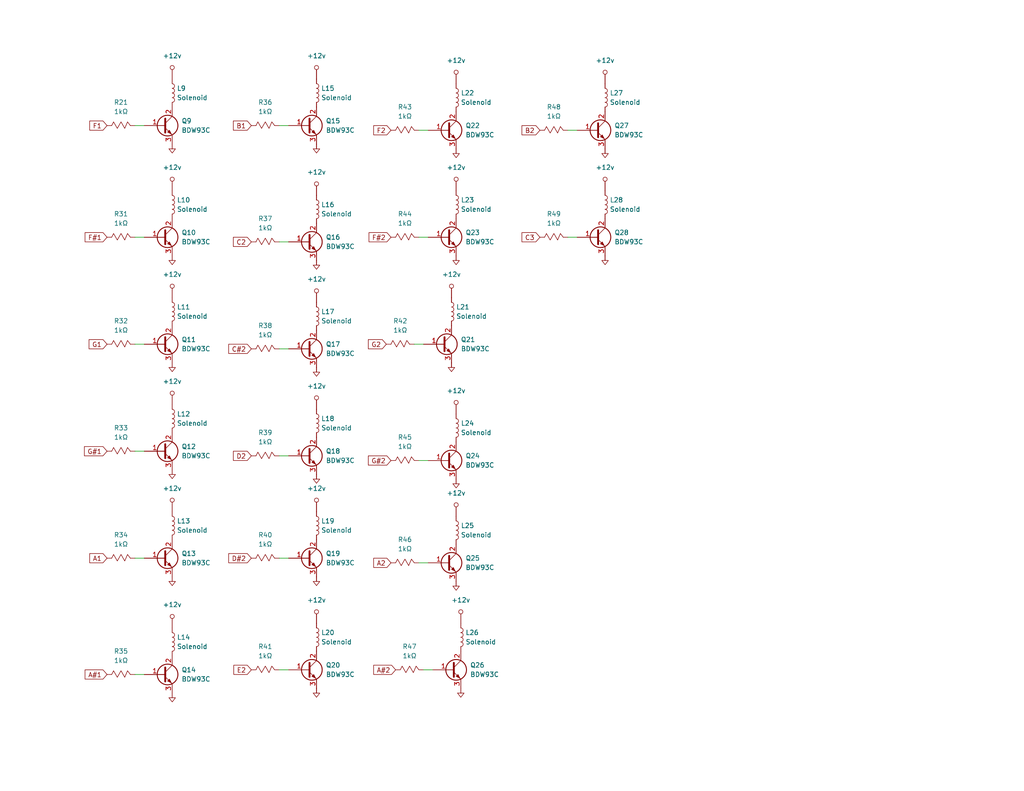
<source format=kicad_sch>
(kicad_sch (version 20231120) (generator "eeschema") (generator_version "8.0")
  (paper "A")
  (lib_symbols
    (symbol "Custom Power:+12v" (power) (pin_numbers hide) (pin_names hide) (in_bom no) (on_board no)
      (property "Value" "+12v" (at 0 3.81 0))
      (symbol "+12v_0_1"
        (circle (center 0 1.8796) (radius 0.5611))
      )
      (symbol "+12v_1_1"
        (pin power_in line (at 0 -1.27 90) (length 2.54) (name "+12v") (number "~"))
      )
    )
    (symbol "Custom Power:GND" (power) (pin_numbers hide) (pin_names hide) (in_bom no) (on_board no)
      (symbol "GND_0_1"
        (polyline (pts (xy -0.889 -1.27) (xy 0.889 -1.27) (xy 0 -2.413) (xy -0.889 -1.27)))
      )
      (symbol "GND_1_1"
        (pin power_in line (at 0 0 270) (length 1.27) (name "GND") (number "~"))
      )
    )
    (symbol "Custom Symbols:Resistor_Mod" (pin_numbers hide) (pin_names (offset 0) hide)
      (property "Reference" "R" (at 0 4.318 0))
      (property "Value" "ValueΩ" (at 0 2.54 0))
      (symbol "Resistor_Mod_0_1"
        (polyline (pts (xy -2.54 0) (xy -2.032 1.016) (xy -1.016 -0.762) (xy 0 1.016) (xy 1.016 -0.762) (xy 1.778 1.016) (xy 2.54 0)))
      )
      (symbol "Resistor_Mod_1_1"
        (pin passive line (at -3.81 0 0) (length 1.27) (name "1") (number "1"))
        (pin passive line (at 3.81 0 180) (length 1.27) (name "2") (number "2"))
      )
    )
    (symbol "Device:L" (pin_numbers hide) (pin_names (offset 1.016) hide)
      (property "Reference" "L" (at -1.27 0 90))
      (property "Value" "L" (at 1.905 0 90))
      (symbol "L_0_1"
        (arc (start 0 -2.54) (mid 0.6323 -1.905) (end 0 -1.27))
        (arc (start 0 -1.27) (mid 0.6323 -0.635) (end 0 0))
        (arc (start 0 0) (mid 0.6323 0.635) (end 0 1.27))
        (arc (start 0 1.27) (mid 0.6323 1.905) (end 0 2.54))
      )
      (symbol "L_1_1"
        (pin passive line (at 0 3.81 270) (length 1.27) (name "1") (number "1"))
        (pin passive line (at 0 -3.81 90) (length 1.27) (name "2") (number "2"))
      )
    )
    (symbol "Device:Q_NPN_BCE" (pin_names (offset 0) hide)
      (property "Reference" "Q" (at 5.08 1.27 0))
      (property "Value" "Q_NPN_BCE" (at 5.08 -1.27 0))
      (symbol "Q_NPN_BCE_0_1"
        (polyline (pts (xy 0.635 0.635) (xy 2.54 2.54)))
        (polyline (pts (xy 0.635 -0.635) (xy 2.54 -2.54) (xy 2.54 -2.54)))
        (polyline (pts (xy 0.635 1.905) (xy 0.635 -1.905) (xy 0.635 -1.905)) (stroke (width 0.508)))
        (polyline (pts (xy 1.27 -1.778) (xy 1.778 -1.27) (xy 2.286 -2.286) (xy 1.27 -1.778) (xy 1.27 -1.778)) (fill (type outline)))
        (circle (center 1.27 0) (radius 2.8194) (stroke (width 0.254)))
      )
      (symbol "Q_NPN_BCE_1_1"
        (pin input line (at -5.08 0 0) (length 5.715) (name "B") (number "1"))
        (pin passive line (at 2.54 5.08 270) (length 2.54) (name "C") (number "2"))
        (pin passive line (at 2.54 -5.08 90) (length 2.54) (name "E") (number "3"))
      )
    )
  )
  (wire (pts (xy 36.83 184.15) (xy 39.37 184.15)))
  (wire (pts (xy 114.3 153.67) (xy 116.84 153.67)))
  (wire (pts (xy 114.3 64.77) (xy 116.84 64.77)))
  (wire (pts (xy 76.2 152.4) (xy 78.74 152.4)))
  (wire (pts (xy 36.83 123.19) (xy 39.37 123.19)))
  (wire (pts (xy 76.2 34.29) (xy 78.74 34.29)))
  (wire (pts (xy 115.57 182.88) (xy 118.11 182.88)))
  (wire (pts (xy 36.83 64.77) (xy 39.37 64.77)))
  (wire (pts (xy 76.2 95.25) (xy 78.74 95.25)))
  (wire (pts (xy 36.83 93.98) (xy 39.37 93.98)))
  (wire (pts (xy 36.83 152.4) (xy 39.37 152.4)))
  (wire (pts (xy 154.94 64.77) (xy 157.48 64.77)))
  (wire (pts (xy 154.94 35.56) (xy 157.48 35.56)))
  (wire (pts (xy 76.2 124.46) (xy 78.74 124.46)))
  (wire (pts (xy 76.2 66.04) (xy 78.74 66.04)))
  (wire (pts (xy 114.3 125.73) (xy 116.84 125.73)))
  (wire (pts (xy 113.03 93.98) (xy 115.57 93.98)))
  (wire (pts (xy 114.3 35.56) (xy 116.84 35.56)))
  (wire (pts (xy 76.2 182.88) (xy 78.74 182.88)))
  (wire (pts (xy 36.83 34.29) (xy 39.37 34.29)))
  (global_label "C3" (shape input) (at 147.32 64.77 180) (property "Intersheetrefs" "${INTERSHEET_REFS}" (effects (hide yes))))
  (global_label "G#2" (shape input) (at 106.68 125.73 180) (property "Intersheetrefs" "${INTERSHEET_REFS}" (effects (hide yes))))
  (global_label "B1" (shape input) (at 68.58 34.29 180) (property "Intersheetrefs" "${INTERSHEET_REFS}" (effects (hide yes))))
  (global_label "C#2" (shape input) (at 68.58 95.25 180) (property "Intersheetrefs" "${INTERSHEET_REFS}" (effects (hide yes))))
  (global_label "F2" (shape input) (at 106.68 35.56 180) (property "Intersheetrefs" "${INTERSHEET_REFS}" (effects (hide yes))))
  (global_label "B2" (shape input) (at 147.32 35.56 180) (property "Intersheetrefs" "${INTERSHEET_REFS}" (effects (hide yes))))
  (global_label "G2" (shape input) (at 105.41 93.98 180) (property "Intersheetrefs" "${INTERSHEET_REFS}" (effects (hide yes))))
  (global_label "F#1" (shape input) (at 29.21 64.77 180) (property "Intersheetrefs" "${INTERSHEET_REFS}" (effects (hide yes))))
  (global_label "D#2" (shape input) (at 68.58 152.4 180) (property "Intersheetrefs" "${INTERSHEET_REFS}" (effects (hide yes))))
  (global_label "A1" (shape input) (at 29.21 152.4 180) (property "Intersheetrefs" "${INTERSHEET_REFS}" (effects (hide yes))))
  (global_label "E2" (shape input) (at 68.58 182.88 180) (property "Intersheetrefs" "${INTERSHEET_REFS}" (effects (hide yes))))
  (global_label "F#2" (shape input) (at 106.68 64.77 180) (property "Intersheetrefs" "${INTERSHEET_REFS}" (effects (hide yes))))
  (global_label "A#2" (shape input) (at 107.95 182.88 180) (property "Intersheetrefs" "${INTERSHEET_REFS}" (effects (hide yes))))
  (global_label "F1" (shape input) (at 29.21 34.29 180) (property "Intersheetrefs" "${INTERSHEET_REFS}" (effects (hide yes))))
  (global_label "C2" (shape input) (at 68.58 66.04 180) (property "Intersheetrefs" "${INTERSHEET_REFS}" (effects (hide yes))))
  (global_label "A2" (shape input) (at 106.68 153.67 180) (property "Intersheetrefs" "${INTERSHEET_REFS}" (effects (hide yes))))
  (global_label "G#1" (shape input) (at 29.21 123.19 180) (property "Intersheetrefs" "${INTERSHEET_REFS}" (effects (hide yes))))
  (global_label "A#1" (shape input) (at 29.21 184.15 180) (property "Intersheetrefs" "${INTERSHEET_REFS}" (effects (hide yes))))
  (global_label "G1" (shape input) (at 29.21 93.98 180) (property "Intersheetrefs" "${INTERSHEET_REFS}" (effects (hide yes))))
  (global_label "D2" (shape input) (at 68.58 124.46 180) (property "Intersheetrefs" "${INTERSHEET_REFS}" (effects (hide yes))))
  (symbol (lib_id "Device:Q_NPN_BCE") (at 44.45 64.77 0) (unit 1)
    (property "Reference" "Q10" (at 49.53 63.4999 0) (effects (justify left)))
    (property "Value" "BDW93C" (at 49.53 66.0399 0) (effects (justify left)))
    (property "Description" "NPN transistor, base/collector/emitter" (effects (hide yes)))
  )
  (symbol (lib_id "Device:L") (at 86.36 86.36 0) (unit 1)
    (property "Reference" "L17" (at 87.63 85.0899 0) (effects (justify left)))
    (property "Value" "Solenoid" (at 87.63 87.6299 0) (effects (justify left)))
    (property "Description" "Inductor" (effects (hide yes)))
  )
  (symbol (lib_id "Device:Q_NPN_BCE") (at 44.45 93.98 0) (unit 1)
    (property "Reference" "Q11" (at 49.53 92.7099 0) (effects (justify left)))
    (property "Value" "BDW93C" (at 49.53 95.2499 0) (effects (justify left)))
    (property "Description" "NPN transistor, base/collector/emitter" (effects (hide yes)))
  )
  (symbol (lib_id "Custom Power:+12v") (at 165.1 21.59 0) (unit 1) (in_bom no) (on_board no)
    (property "Reference" "#PWR096" (effects (hide yes)))
    (property "Value" "+12v" (at 165.1 16.51 0))
  )
  (symbol (lib_id "Custom Power:+12v") (at 124.46 21.59 0) (unit 1) (in_bom no) (on_board no)
    (property "Reference" "#PWR084" (effects (hide yes)))
    (property "Value" "+12v" (at 124.46 16.51 0))
  )
  (symbol (lib_id "Custom Symbols:Resistor_Mod") (at 33.02 152.4 0) (unit 1)
    (property "Reference" "R34" (at 33.02 146.05 0))
    (property "Value" "1kΩ" (at 33.02 148.59 0))
  )
  (symbol (lib_id "Custom Power:GND") (at 46.99 189.23 0) (unit 1) (in_bom no) (on_board no)
    (property "Reference" "#PWR071" (effects (hide yes)))
    (property "Value" "GND" (effects (hide yes)))
  )
  (symbol (lib_id "Device:Q_NPN_BCE") (at 83.82 66.04 0) (unit 1)
    (property "Reference" "Q16" (at 88.9 64.7699 0) (effects (justify left)))
    (property "Value" "BDW93C" (at 88.9 67.3099 0) (effects (justify left)))
    (property "Description" "NPN transistor, base/collector/emitter" (effects (hide yes)))
  )
  (symbol (lib_id "Device:Q_NPN_BCE") (at 44.45 152.4 0) (unit 1)
    (property "Reference" "Q13" (at 49.53 151.1299 0) (effects (justify left)))
    (property "Value" "BDW93C" (at 49.53 153.6699 0) (effects (justify left)))
    (property "Description" "NPN transistor, base/collector/emitter" (effects (hide yes)))
  )
  (symbol (lib_id "Device:Q_NPN_BCE") (at 123.19 182.88 0) (unit 1)
    (property "Reference" "Q26" (at 128.27 181.6099 0) (effects (justify left)))
    (property "Value" "BDW93C" (at 128.27 184.1499 0) (effects (justify left)))
    (property "Description" "NPN transistor, base/collector/emitter" (effects (hide yes)))
  )
  (symbol (lib_id "Custom Power:+12v") (at 124.46 139.7 0) (unit 1) (in_bom no) (on_board no)
    (property "Reference" "#PWR092" (effects (hide yes)))
    (property "Value" "+12v" (at 124.46 134.62 0))
  )
  (symbol (lib_id "Custom Power:GND") (at 125.73 187.96 0) (unit 1) (in_bom no) (on_board no)
    (property "Reference" "#PWR095" (effects (hide yes)))
    (property "Value" "GND" (effects (hide yes)))
  )
  (symbol (lib_id "Custom Symbols:Resistor_Mod") (at 33.02 64.77 0) (unit 1)
    (property "Reference" "R31" (at 33.02 58.42 0))
    (property "Value" "1kΩ" (at 33.02 60.96 0))
  )
  (symbol (lib_id "Custom Symbols:Resistor_Mod") (at 109.22 93.98 0) (unit 1)
    (property "Reference" "R42" (at 109.22 87.63 0))
    (property "Value" "1kΩ" (at 109.22 90.17 0))
  )
  (symbol (lib_id "Custom Power:GND") (at 46.99 99.06 0) (unit 1) (in_bom no) (on_board no)
    (property "Reference" "#PWR053" (effects (hide yes)))
    (property "Value" "GND" (effects (hide yes)))
  )
  (symbol (lib_id "Device:L") (at 124.46 144.78 0) (unit 1)
    (property "Reference" "L25" (at 125.73 143.5099 0) (effects (justify left)))
    (property "Value" "Solenoid" (at 125.73 146.0499 0) (effects (justify left)))
    (property "Description" "Inductor" (effects (hide yes)))
  )
  (symbol (lib_id "Custom Symbols:Resistor_Mod") (at 72.39 66.04 0) (unit 1)
    (property "Reference" "R37" (at 72.39 59.69 0))
    (property "Value" "1kΩ" (at 72.39 62.23 0))
  )
  (symbol (lib_id "Device:Q_NPN_BCE") (at 83.82 124.46 0) (unit 1)
    (property "Reference" "Q18" (at 88.9 123.1899 0) (effects (justify left)))
    (property "Value" "BDW93C" (at 88.9 125.7299 0) (effects (justify left)))
    (property "Description" "NPN transistor, base/collector/emitter" (effects (hide yes)))
  )
  (symbol (lib_id "Custom Power:+12v") (at 124.46 111.76 0) (unit 1) (in_bom no) (on_board no)
    (property "Reference" "#PWR090" (effects (hide yes)))
    (property "Value" "+12v" (at 124.46 106.68 0))
  )
  (symbol (lib_id "Custom Power:+12v") (at 86.36 52.07 0) (unit 1) (in_bom no) (on_board no)
    (property "Reference" "#PWR074" (effects (hide yes)))
    (property "Value" "+12v" (at 86.36 46.99 0))
  )
  (symbol (lib_id "Device:Q_NPN_BCE") (at 121.92 35.56 0) (unit 1)
    (property "Reference" "Q22" (at 127 34.2899 0) (effects (justify left)))
    (property "Value" "BDW93C" (at 127 36.8299 0) (effects (justify left)))
    (property "Description" "NPN transistor, base/collector/emitter" (effects (hide yes)))
  )
  (symbol (lib_id "Custom Power:+12v") (at 125.73 168.91 0) (unit 1) (in_bom no) (on_board no)
    (property "Reference" "#PWR094" (effects (hide yes)))
    (property "Value" "+12v" (at 125.73 163.83 0))
  )
  (symbol (lib_id "Custom Power:GND") (at 86.36 187.96 0) (unit 1) (in_bom no) (on_board no)
    (property "Reference" "#PWR083" (effects (hide yes)))
    (property "Value" "GND" (effects (hide yes)))
  )
  (symbol (lib_id "Device:Q_NPN_BCE") (at 121.92 64.77 0) (unit 1)
    (property "Reference" "Q23" (at 127 63.4999 0) (effects (justify left)))
    (property "Value" "BDW93C" (at 127 66.0399 0) (effects (justify left)))
    (property "Description" "NPN transistor, base/collector/emitter" (effects (hide yes)))
  )
  (symbol (lib_id "Device:Q_NPN_BCE") (at 83.82 95.25 0) (unit 1)
    (property "Reference" "Q17" (at 88.9 93.9799 0) (effects (justify left)))
    (property "Value" "BDW93C" (at 88.9 96.5199 0) (effects (justify left)))
    (property "Description" "NPN transistor, base/collector/emitter" (effects (hide yes)))
  )
  (symbol (lib_id "Custom Power:+12v") (at 46.99 20.32 0) (unit 1) (in_bom no) (on_board no)
    (property "Reference" "#PWR047" (effects (hide yes)))
    (property "Value" "+12v" (at 46.99 15.24 0))
  )
  (symbol (lib_id "Device:L") (at 86.36 173.99 0) (unit 1)
    (property "Reference" "L20" (at 87.63 172.7199 0) (effects (justify left)))
    (property "Value" "Solenoid" (at 87.63 175.2599 0) (effects (justify left)))
    (property "Description" "Inductor" (effects (hide yes)))
  )
  (symbol (lib_id "Device:Q_NPN_BCE") (at 44.45 34.29 0) (unit 1)
    (property "Reference" "Q9" (at 49.53 33.0199 0) (effects (justify left)))
    (property "Value" "BDW93C" (at 49.53 35.5599 0) (effects (justify left)))
    (property "Description" "NPN transistor, base/collector/emitter" (effects (hide yes)))
  )
  (symbol (lib_id "Device:L") (at 86.36 57.15 0) (unit 1)
    (property "Reference" "L16" (at 87.63 55.8799 0) (effects (justify left)))
    (property "Value" "Solenoid" (at 87.63 58.4199 0) (effects (justify left)))
    (property "Description" "Inductor" (effects (hide yes)))
  )
  (symbol (lib_id "Custom Power:GND") (at 124.46 40.64 0) (unit 1) (in_bom no) (on_board no)
    (property "Reference" "#PWR085" (effects (hide yes)))
    (property "Value" "GND" (effects (hide yes)))
  )
  (symbol (lib_id "Custom Symbols:Resistor_Mod") (at 110.49 153.67 0) (unit 1)
    (property "Reference" "R46" (at 110.49 147.32 0))
    (property "Value" "1kΩ" (at 110.49 149.86 0))
  )
  (symbol (lib_id "Device:L") (at 46.99 143.51 0) (unit 1)
    (property "Reference" "L13" (at 48.26 142.2399 0) (effects (justify left)))
    (property "Value" "Solenoid" (at 48.26 144.7799 0) (effects (justify left)))
    (property "Description" "Inductor" (effects (hide yes)))
  )
  (symbol (lib_id "Custom Power:GND") (at 86.36 71.12 0) (unit 1) (in_bom no) (on_board no)
    (property "Reference" "#PWR075" (effects (hide yes)))
    (property "Value" "GND" (effects (hide yes)))
  )
  (symbol (lib_id "Device:Q_NPN_BCE") (at 121.92 153.67 0) (unit 1)
    (property "Reference" "Q25" (at 127 152.3999 0) (effects (justify left)))
    (property "Value" "BDW93C" (at 127 154.9399 0) (effects (justify left)))
    (property "Description" "NPN transistor, base/collector/emitter" (effects (hide yes)))
  )
  (symbol (lib_id "Custom Power:+12v") (at 123.19 80.01 0) (unit 1) (in_bom no) (on_board no)
    (property "Reference" "#PWR088" (effects (hide yes)))
    (property "Value" "+12v" (at 123.19 74.93 0))
  )
  (symbol (lib_id "Custom Power:+12v") (at 86.36 81.28 0) (unit 1) (in_bom no) (on_board no)
    (property "Reference" "#PWR076" (effects (hide yes)))
    (property "Value" "+12v" (at 86.36 76.2 0))
  )
  (symbol (lib_id "Custom Power:+12v") (at 86.36 138.43 0) (unit 1) (in_bom no) (on_board no)
    (property "Reference" "#PWR080" (effects (hide yes)))
    (property "Value" "+12v" (at 86.36 133.35 0))
  )
  (symbol (lib_id "Custom Power:GND") (at 124.46 69.85 0) (unit 1) (in_bom no) (on_board no)
    (property "Reference" "#PWR087" (effects (hide yes)))
    (property "Value" "GND" (effects (hide yes)))
  )
  (symbol (lib_id "Custom Symbols:Resistor_Mod") (at 33.02 123.19 0) (unit 1)
    (property "Reference" "R33" (at 33.02 116.84 0))
    (property "Value" "1kΩ" (at 33.02 119.38 0))
  )
  (symbol (lib_id "Device:Q_NPN_BCE") (at 83.82 152.4 0) (unit 1)
    (property "Reference" "Q19" (at 88.9 151.1299 0) (effects (justify left)))
    (property "Value" "BDW93C" (at 88.9 153.6699 0) (effects (justify left)))
    (property "Description" "NPN transistor, base/collector/emitter" (effects (hide yes)))
  )
  (symbol (lib_id "Custom Power:GND") (at 123.19 99.06 0) (unit 1) (in_bom no) (on_board no)
    (property "Reference" "#PWR089" (effects (hide yes)))
    (property "Value" "GND" (effects (hide yes)))
  )
  (symbol (lib_id "Custom Power:+12v") (at 86.36 168.91 0) (unit 1) (in_bom no) (on_board no)
    (property "Reference" "#PWR082" (effects (hide yes)))
    (property "Value" "+12v" (at 86.36 163.83 0))
  )
  (symbol (lib_id "Custom Power:GND") (at 124.46 130.81 0) (unit 1) (in_bom no) (on_board no)
    (property "Reference" "#PWR091" (effects (hide yes)))
    (property "Value" "GND" (effects (hide yes)))
  )
  (symbol (lib_id "Custom Power:+12v") (at 46.99 138.43 0) (unit 1) (in_bom no) (on_board no)
    (property "Reference" "#PWR068" (effects (hide yes)))
    (property "Value" "+12v" (at 46.99 133.35 0))
  )
  (symbol (lib_id "Custom Symbols:Resistor_Mod") (at 111.76 182.88 0) (unit 1)
    (property "Reference" "R47" (at 111.76 176.53 0))
    (property "Value" "1kΩ" (at 111.76 179.07 0))
  )
  (symbol (lib_id "Custom Power:GND") (at 86.36 39.37 0) (unit 1) (in_bom no) (on_board no)
    (property "Reference" "#PWR073" (effects (hide yes)))
    (property "Value" "GND" (effects (hide yes)))
  )
  (symbol (lib_id "Custom Symbols:Resistor_Mod") (at 33.02 184.15 0) (unit 1)
    (property "Reference" "R35" (at 33.02 177.8 0))
    (property "Value" "1kΩ" (at 33.02 180.34 0))
  )
  (symbol (lib_id "Custom Symbols:Resistor_Mod") (at 72.39 152.4 0) (unit 1)
    (property "Reference" "R40" (at 72.39 146.05 0))
    (property "Value" "1kΩ" (at 72.39 148.59 0))
  )
  (symbol (lib_id "Device:L") (at 124.46 55.88 0) (unit 1)
    (property "Reference" "L23" (at 125.73 54.6099 0) (effects (justify left)))
    (property "Value" "Solenoid" (at 125.73 57.1499 0) (effects (justify left)))
    (property "Description" "Inductor" (effects (hide yes)))
  )
  (symbol (lib_id "Device:Q_NPN_BCE") (at 44.45 184.15 0) (unit 1)
    (property "Reference" "Q14" (at 49.53 182.8799 0) (effects (justify left)))
    (property "Value" "BDW93C" (at 49.53 185.4199 0) (effects (justify left)))
    (property "Description" "NPN transistor, base/collector/emitter" (effects (hide yes)))
  )
  (symbol (lib_id "Device:Q_NPN_BCE") (at 121.92 125.73 0) (unit 1)
    (property "Reference" "Q24" (at 127 124.4599 0) (effects (justify left)))
    (property "Value" "BDW93C" (at 127 126.9999 0) (effects (justify left)))
    (property "Description" "NPN transistor, base/collector/emitter" (effects (hide yes)))
  )
  (symbol (lib_id "Custom Symbols:Resistor_Mod") (at 72.39 34.29 0) (unit 1)
    (property "Reference" "R36" (at 72.39 27.94 0))
    (property "Value" "1kΩ" (at 72.39 30.48 0))
  )
  (symbol (lib_id "Custom Power:GND") (at 46.99 39.37 0) (unit 1) (in_bom no) (on_board no)
    (property "Reference" "#PWR048" (effects (hide yes)))
    (property "Value" "GND" (effects (hide yes)))
  )
  (symbol (lib_id "Custom Power:+12v") (at 165.1 50.8 0) (unit 1) (in_bom no) (on_board no)
    (property "Reference" "#PWR098" (effects (hide yes)))
    (property "Value" "+12v" (at 165.1 45.72 0))
  )
  (symbol (lib_id "Custom Power:+12v") (at 46.99 80.01 0) (unit 1) (in_bom no) (on_board no)
    (property "Reference" "#PWR052" (effects (hide yes)))
    (property "Value" "+12v" (at 46.99 74.93 0))
  )
  (symbol (lib_id "Custom Symbols:Resistor_Mod") (at 110.49 125.73 0) (unit 1)
    (property "Reference" "R45" (at 110.49 119.38 0))
    (property "Value" "1kΩ" (at 110.49 121.92 0))
  )
  (symbol (lib_id "Device:L") (at 165.1 26.67 0) (unit 1)
    (property "Reference" "L27" (at 166.37 25.3999 0) (effects (justify left)))
    (property "Value" "Solenoid" (at 166.37 27.9399 0) (effects (justify left)))
    (property "Description" "Inductor" (effects (hide yes)))
  )
  (symbol (lib_id "Custom Power:GND") (at 86.36 129.54 0) (unit 1) (in_bom no) (on_board no)
    (property "Reference" "#PWR079" (effects (hide yes)))
    (property "Value" "GND" (effects (hide yes)))
  )
  (symbol (lib_id "Device:L") (at 46.99 175.26 0) (unit 1)
    (property "Reference" "L14" (at 48.26 173.9899 0) (effects (justify left)))
    (property "Value" "Solenoid" (at 48.26 176.5299 0) (effects (justify left)))
    (property "Description" "Inductor" (effects (hide yes)))
  )
  (symbol (lib_id "Custom Power:+12v") (at 124.46 50.8 0) (unit 1) (in_bom no) (on_board no)
    (property "Reference" "#PWR086" (effects (hide yes)))
    (property "Value" "+12v" (at 124.46 45.72 0))
  )
  (symbol (lib_id "Custom Symbols:Resistor_Mod") (at 110.49 64.77 0) (unit 1)
    (property "Reference" "R44" (at 110.49 58.42 0))
    (property "Value" "1kΩ" (at 110.49 60.96 0))
  )
  (symbol (lib_id "Custom Power:GND") (at 46.99 157.48 0) (unit 1) (in_bom no) (on_board no)
    (property "Reference" "#PWR069" (effects (hide yes)))
    (property "Value" "GND" (effects (hide yes)))
  )
  (symbol (lib_id "Custom Power:+12v") (at 46.99 109.22 0) (unit 1) (in_bom no) (on_board no)
    (property "Reference" "#PWR066" (effects (hide yes)))
    (property "Value" "+12v" (at 46.99 104.14 0))
  )
  (symbol (lib_id "Custom Symbols:Resistor_Mod") (at 72.39 95.25 0) (unit 1)
    (property "Reference" "R38" (at 72.39 88.9 0))
    (property "Value" "1kΩ" (at 72.39 91.44 0))
  )
  (symbol (lib_id "Custom Power:GND") (at 86.36 100.33 0) (unit 1) (in_bom no) (on_board no)
    (property "Reference" "#PWR077" (effects (hide yes)))
    (property "Value" "GND" (effects (hide yes)))
  )
  (symbol (lib_id "Device:L") (at 86.36 143.51 0) (unit 1)
    (property "Reference" "L19" (at 87.63 142.2399 0) (effects (justify left)))
    (property "Value" "Solenoid" (at 87.63 144.7799 0) (effects (justify left)))
    (property "Description" "Inductor" (effects (hide yes)))
  )
  (symbol (lib_id "Device:L") (at 124.46 26.67 0) (unit 1)
    (property "Reference" "L22" (at 125.73 25.3999 0) (effects (justify left)))
    (property "Value" "Solenoid" (at 125.73 27.9399 0) (effects (justify left)))
    (property "Description" "Inductor" (effects (hide yes)))
  )
  (symbol (lib_id "Device:L") (at 86.36 25.4 0) (unit 1)
    (property "Reference" "L15" (at 87.63 24.1299 0) (effects (justify left)))
    (property "Value" "Solenoid" (at 87.63 26.6699 0) (effects (justify left)))
    (property "Description" "Inductor" (effects (hide yes)))
  )
  (symbol (lib_id "Custom Symbols:Resistor_Mod") (at 33.02 34.29 0) (unit 1)
    (property "Reference" "R21" (at 33.02 27.94 0))
    (property "Value" "1kΩ" (at 33.02 30.48 0))
  )
  (symbol (lib_id "Device:Q_NPN_BCE") (at 83.82 34.29 0) (unit 1)
    (property "Reference" "Q15" (at 88.9 33.0199 0) (effects (justify left)))
    (property "Value" "BDW93C" (at 88.9 35.5599 0) (effects (justify left)))
    (property "Description" "NPN transistor, base/collector/emitter" (effects (hide yes)))
  )
  (symbol (lib_id "Custom Power:GND") (at 46.99 128.27 0) (unit 1) (in_bom no) (on_board no)
    (property "Reference" "#PWR067" (effects (hide yes)))
    (property "Value" "GND" (effects (hide yes)))
  )
  (symbol (lib_id "Custom Power:GND") (at 86.36 157.48 0) (unit 1) (in_bom no) (on_board no)
    (property "Reference" "#PWR081" (effects (hide yes)))
    (property "Value" "GND" (effects (hide yes)))
  )
  (symbol (lib_id "Device:L") (at 46.99 114.3 0) (unit 1)
    (property "Reference" "L12" (at 48.26 113.0299 0) (effects (justify left)))
    (property "Value" "Solenoid" (at 48.26 115.5699 0) (effects (justify left)))
    (property "Description" "Inductor" (effects (hide yes)))
  )
  (symbol (lib_id "Custom Symbols:Resistor_Mod") (at 110.49 35.56 0) (unit 1)
    (property "Reference" "R43" (at 110.49 29.21 0))
    (property "Value" "1kΩ" (at 110.49 31.75 0))
  )
  (symbol (lib_id "Device:L") (at 46.99 85.09 0) (unit 1)
    (property "Reference" "L11" (at 48.26 83.8199 0) (effects (justify left)))
    (property "Value" "Solenoid" (at 48.26 86.3599 0) (effects (justify left)))
    (property "Description" "Inductor" (effects (hide yes)))
  )
  (symbol (lib_id "Device:L") (at 124.46 116.84 0) (unit 1)
    (property "Reference" "L24" (at 125.73 115.5699 0) (effects (justify left)))
    (property "Value" "Solenoid" (at 125.73 118.1099 0) (effects (justify left)))
    (property "Description" "Inductor" (effects (hide yes)))
  )
  (symbol (lib_id "Custom Power:GND") (at 46.99 69.85 0) (unit 1) (in_bom no) (on_board no)
    (property "Reference" "#PWR050" (effects (hide yes)))
    (property "Value" "GND" (effects (hide yes)))
  )
  (symbol (lib_id "Device:Q_NPN_BCE") (at 120.65 93.98 0) (unit 1)
    (property "Reference" "Q21" (at 125.73 92.7099 0) (effects (justify left)))
    (property "Value" "BDW93C" (at 125.73 95.2499 0) (effects (justify left)))
    (property "Description" "NPN transistor, base/collector/emitter" (effects (hide yes)))
  )
  (symbol (lib_id "Custom Symbols:Resistor_Mod") (at 151.13 64.77 0) (unit 1)
    (property "Reference" "R49" (at 151.13 58.42 0))
    (property "Value" "1kΩ" (at 151.13 60.96 0))
  )
  (symbol (lib_id "Device:Q_NPN_BCE") (at 162.56 35.56 0) (unit 1)
    (property "Reference" "Q27" (at 167.64 34.2899 0) (effects (justify left)))
    (property "Value" "BDW93C" (at 167.64 36.8299 0) (effects (justify left)))
    (property "Description" "NPN transistor, base/collector/emitter" (effects (hide yes)))
  )
  (symbol (lib_id "Custom Power:GND") (at 165.1 69.85 0) (unit 1) (in_bom no) (on_board no)
    (property "Reference" "#PWR099" (effects (hide yes)))
    (property "Value" "GND" (effects (hide yes)))
  )
  (symbol (lib_id "Custom Power:+12v") (at 86.36 110.49 0) (unit 1) (in_bom no) (on_board no)
    (property "Reference" "#PWR078" (effects (hide yes)))
    (property "Value" "+12v" (at 86.36 105.41 0))
  )
  (symbol (lib_id "Device:L") (at 165.1 55.88 0) (unit 1)
    (property "Reference" "L28" (at 166.37 54.6099 0) (effects (justify left)))
    (property "Value" "Solenoid" (at 166.37 57.1499 0) (effects (justify left)))
    (property "Description" "Inductor" (effects (hide yes)))
  )
  (symbol (lib_id "Custom Symbols:Resistor_Mod") (at 72.39 124.46 0) (unit 1)
    (property "Reference" "R39" (at 72.39 118.11 0))
    (property "Value" "1kΩ" (at 72.39 120.65 0))
  )
  (symbol (lib_id "Device:Q_NPN_BCE") (at 83.82 182.88 0) (unit 1)
    (property "Reference" "Q20" (at 88.9 181.6099 0) (effects (justify left)))
    (property "Value" "BDW93C" (at 88.9 184.1499 0) (effects (justify left)))
    (property "Description" "NPN transistor, base/collector/emitter" (effects (hide yes)))
  )
  (symbol (lib_id "Device:L") (at 86.36 115.57 0) (unit 1)
    (property "Reference" "L18" (at 87.63 114.2999 0) (effects (justify left)))
    (property "Value" "Solenoid" (at 87.63 116.8399 0) (effects (justify left)))
    (property "Description" "Inductor" (effects (hide yes)))
  )
  (symbol (lib_id "Custom Symbols:Resistor_Mod") (at 33.02 93.98 0) (unit 1)
    (property "Reference" "R32" (at 33.02 87.63 0))
    (property "Value" "1kΩ" (at 33.02 90.17 0))
  )
  (symbol (lib_id "Custom Symbols:Resistor_Mod") (at 151.13 35.56 0) (unit 1)
    (property "Reference" "R48" (at 151.13 29.21 0))
    (property "Value" "1kΩ" (at 151.13 31.75 0))
  )
  (symbol (lib_id "Custom Power:+12v") (at 46.99 50.8 0) (unit 1) (in_bom no) (on_board no)
    (property "Reference" "#PWR049" (effects (hide yes)))
    (property "Value" "+12v" (at 46.99 45.72 0))
  )
  (symbol (lib_id "Device:Q_NPN_BCE") (at 162.56 64.77 0) (unit 1)
    (property "Reference" "Q28" (at 167.64 63.4999 0) (effects (justify left)))
    (property "Value" "BDW93C" (at 167.64 66.0399 0) (effects (justify left)))
    (property "Description" "NPN transistor, base/collector/emitter" (effects (hide yes)))
  )
  (symbol (lib_id "Custom Power:+12v") (at 46.99 170.18 0) (unit 1) (in_bom no) (on_board no)
    (property "Reference" "#PWR070" (effects (hide yes)))
    (property "Value" "+12v" (at 46.99 165.1 0))
  )
  (symbol (lib_id "Custom Power:GND") (at 124.46 158.75 0) (unit 1) (in_bom no) (on_board no)
    (property "Reference" "#PWR093" (effects (hide yes)))
    (property "Value" "GND" (effects (hide yes)))
  )
  (symbol (lib_id "Device:Q_NPN_BCE") (at 44.45 123.19 0) (unit 1)
    (property "Reference" "Q12" (at 49.53 121.9199 0) (effects (justify left)))
    (property "Value" "BDW93C" (at 49.53 124.4599 0) (effects (justify left)))
    (property "Description" "NPN transistor, base/collector/emitter" (effects (hide yes)))
  )
  (symbol (lib_id "Device:L") (at 125.73 173.99 0) (unit 1)
    (property "Reference" "L26" (at 127 172.7199 0) (effects (justify left)))
    (property "Value" "Solenoid" (at 127 175.2599 0) (effects (justify left)))
    (property "Description" "Inductor" (effects (hide yes)))
  )
  (symbol (lib_id "Device:L") (at 123.19 85.09 0) (unit 1)
    (property "Reference" "L21" (at 124.46 83.8199 0) (effects (justify left)))
    (property "Value" "Solenoid" (at 124.46 86.3599 0) (effects (justify left)))
    (property "Description" "Inductor" (effects (hide yes)))
  )
  (symbol (lib_id "Device:L") (at 46.99 25.4 0) (unit 1)
    (property "Reference" "L9" (at 48.26 24.1299 0) (effects (justify left)))
    (property "Value" "Solenoid" (at 48.26 26.6699 0) (effects (justify left)))
    (property "Description" "Inductor" (effects (hide yes)))
  )
  (symbol (lib_id "Device:L") (at 46.99 55.88 0) (unit 1)
    (property "Reference" "L10" (at 48.26 54.6099 0) (effects (justify left)))
    (property "Value" "Solenoid" (at 48.26 57.1499 0) (effects (justify left)))
    (property "Description" "Inductor" (effects (hide yes)))
  )
  (symbol (lib_id "Custom Symbols:Resistor_Mod") (at 72.39 182.88 0) (unit 1)
    (property "Reference" "R41" (at 72.39 176.53 0))
    (property "Value" "1kΩ" (at 72.39 179.07 0))
  )
  (symbol (lib_id "Custom Power:GND") (at 165.1 40.64 0) (unit 1) (in_bom no) (on_board no)
    (property "Reference" "#PWR097" (effects (hide yes)))
    (property "Value" "GND" (effects (hide yes)))
  )
  (symbol (lib_id "Custom Power:+12v") (at 86.36 20.32 0) (unit 1) (in_bom no) (on_board no)
    (property "Reference" "#PWR072" (effects (hide yes)))
    (property "Value" "+12v" (at 86.36 15.24 0))
  )
)
</source>
